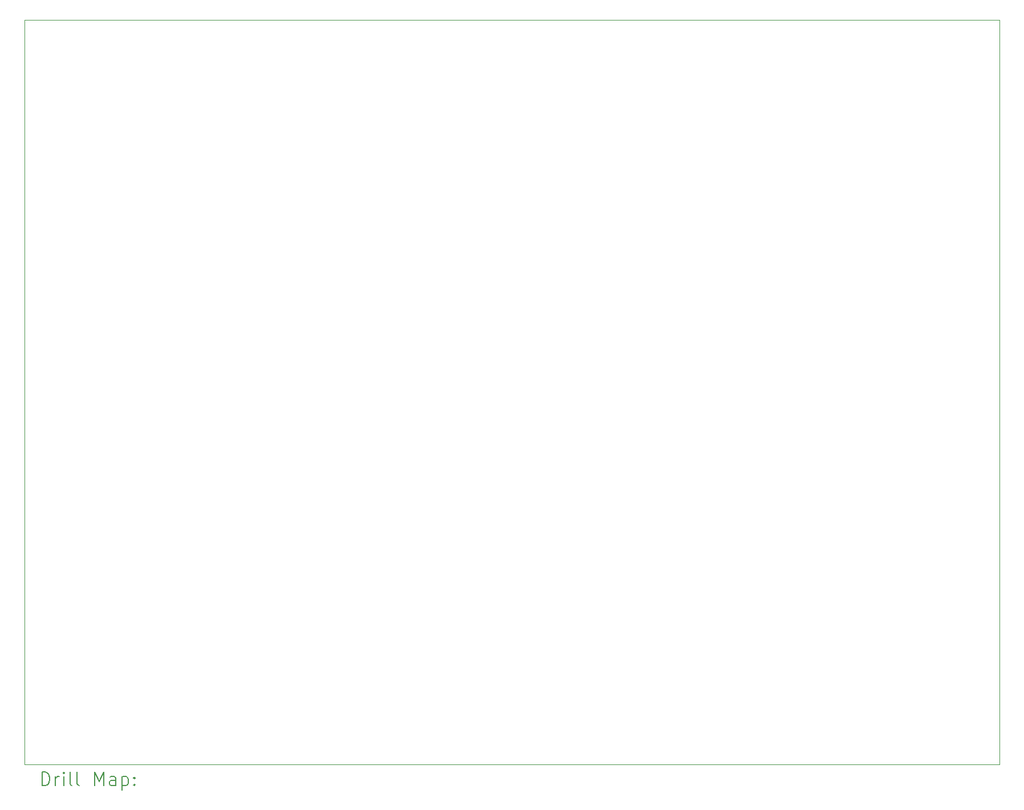
<source format=gbr>
%TF.GenerationSoftware,KiCad,Pcbnew,7.0.10*%
%TF.CreationDate,2024-02-06T01:37:56+08:00*%
%TF.ProjectId,Deej,4465656a-2e6b-4696-9361-645f70636258,rev?*%
%TF.SameCoordinates,Original*%
%TF.FileFunction,Drillmap*%
%TF.FilePolarity,Positive*%
%FSLAX45Y45*%
G04 Gerber Fmt 4.5, Leading zero omitted, Abs format (unit mm)*
G04 Created by KiCad (PCBNEW 7.0.10) date 2024-02-06 01:37:56*
%MOMM*%
%LPD*%
G01*
G04 APERTURE LIST*
%ADD10C,0.100000*%
%ADD11C,0.200000*%
G04 APERTURE END LIST*
D10*
X7241000Y-4304500D02*
X21717000Y-4304500D01*
X21717000Y-15370500D01*
X7241000Y-15370500D01*
X7241000Y-4304500D01*
D11*
X7496777Y-15686984D02*
X7496777Y-15486984D01*
X7496777Y-15486984D02*
X7544396Y-15486984D01*
X7544396Y-15486984D02*
X7572967Y-15496508D01*
X7572967Y-15496508D02*
X7592015Y-15515555D01*
X7592015Y-15515555D02*
X7601539Y-15534603D01*
X7601539Y-15534603D02*
X7611062Y-15572698D01*
X7611062Y-15572698D02*
X7611062Y-15601269D01*
X7611062Y-15601269D02*
X7601539Y-15639365D01*
X7601539Y-15639365D02*
X7592015Y-15658412D01*
X7592015Y-15658412D02*
X7572967Y-15677460D01*
X7572967Y-15677460D02*
X7544396Y-15686984D01*
X7544396Y-15686984D02*
X7496777Y-15686984D01*
X7696777Y-15686984D02*
X7696777Y-15553650D01*
X7696777Y-15591746D02*
X7706301Y-15572698D01*
X7706301Y-15572698D02*
X7715824Y-15563174D01*
X7715824Y-15563174D02*
X7734872Y-15553650D01*
X7734872Y-15553650D02*
X7753920Y-15553650D01*
X7820586Y-15686984D02*
X7820586Y-15553650D01*
X7820586Y-15486984D02*
X7811062Y-15496508D01*
X7811062Y-15496508D02*
X7820586Y-15506031D01*
X7820586Y-15506031D02*
X7830110Y-15496508D01*
X7830110Y-15496508D02*
X7820586Y-15486984D01*
X7820586Y-15486984D02*
X7820586Y-15506031D01*
X7944396Y-15686984D02*
X7925348Y-15677460D01*
X7925348Y-15677460D02*
X7915824Y-15658412D01*
X7915824Y-15658412D02*
X7915824Y-15486984D01*
X8049158Y-15686984D02*
X8030110Y-15677460D01*
X8030110Y-15677460D02*
X8020586Y-15658412D01*
X8020586Y-15658412D02*
X8020586Y-15486984D01*
X8277729Y-15686984D02*
X8277729Y-15486984D01*
X8277729Y-15486984D02*
X8344396Y-15629841D01*
X8344396Y-15629841D02*
X8411063Y-15486984D01*
X8411063Y-15486984D02*
X8411063Y-15686984D01*
X8592015Y-15686984D02*
X8592015Y-15582222D01*
X8592015Y-15582222D02*
X8582491Y-15563174D01*
X8582491Y-15563174D02*
X8563444Y-15553650D01*
X8563444Y-15553650D02*
X8525348Y-15553650D01*
X8525348Y-15553650D02*
X8506301Y-15563174D01*
X8592015Y-15677460D02*
X8572967Y-15686984D01*
X8572967Y-15686984D02*
X8525348Y-15686984D01*
X8525348Y-15686984D02*
X8506301Y-15677460D01*
X8506301Y-15677460D02*
X8496777Y-15658412D01*
X8496777Y-15658412D02*
X8496777Y-15639365D01*
X8496777Y-15639365D02*
X8506301Y-15620317D01*
X8506301Y-15620317D02*
X8525348Y-15610793D01*
X8525348Y-15610793D02*
X8572967Y-15610793D01*
X8572967Y-15610793D02*
X8592015Y-15601269D01*
X8687253Y-15553650D02*
X8687253Y-15753650D01*
X8687253Y-15563174D02*
X8706301Y-15553650D01*
X8706301Y-15553650D02*
X8744396Y-15553650D01*
X8744396Y-15553650D02*
X8763444Y-15563174D01*
X8763444Y-15563174D02*
X8772967Y-15572698D01*
X8772967Y-15572698D02*
X8782491Y-15591746D01*
X8782491Y-15591746D02*
X8782491Y-15648888D01*
X8782491Y-15648888D02*
X8772967Y-15667936D01*
X8772967Y-15667936D02*
X8763444Y-15677460D01*
X8763444Y-15677460D02*
X8744396Y-15686984D01*
X8744396Y-15686984D02*
X8706301Y-15686984D01*
X8706301Y-15686984D02*
X8687253Y-15677460D01*
X8868205Y-15667936D02*
X8877729Y-15677460D01*
X8877729Y-15677460D02*
X8868205Y-15686984D01*
X8868205Y-15686984D02*
X8858682Y-15677460D01*
X8858682Y-15677460D02*
X8868205Y-15667936D01*
X8868205Y-15667936D02*
X8868205Y-15686984D01*
X8868205Y-15563174D02*
X8877729Y-15572698D01*
X8877729Y-15572698D02*
X8868205Y-15582222D01*
X8868205Y-15582222D02*
X8858682Y-15572698D01*
X8858682Y-15572698D02*
X8868205Y-15563174D01*
X8868205Y-15563174D02*
X8868205Y-15582222D01*
M02*

</source>
